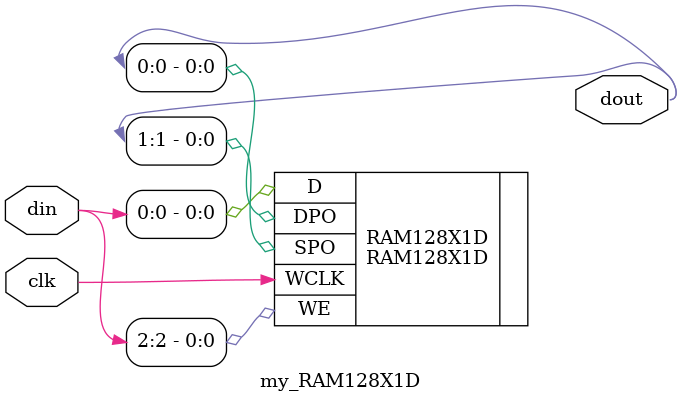
<source format=v>
/*
RAM64M 64-Deep by 4-bit Wide Multi Port Random Access Memory (Select RAM)
RAM64X1D 64-Deep by 1-Wide Dual Port Static Synchronous RAM
RAM64X1S 64-Deep by 1-Wide Static Synchronous RAM
RAM64X1S_1 64-Deep by 1-Wide Static Synchronous RAM with Negative-Edge Clock
*/

module top(input clk, stb, di, output do);
	localparam integer DIN_N = 256;
	localparam integer DOUT_N = 256;

	reg [DIN_N-1:0] din;
	wire [DOUT_N-1:0] dout;

	reg [DIN_N-1:0] din_shr;
	reg [DOUT_N-1:0] dout_shr;

	always @(posedge clk) begin
		din_shr <= {din_shr, di};
		dout_shr <= {dout_shr, din_shr[DIN_N-1]};
		if (stb) begin
			din <= din_shr;
			dout_shr <= dout;
		end
	end

	assign do = dout_shr[DOUT_N-1];

	roi roi (
		.clk(clk),
		.din(din),
		.dout(dout)
	);
endmodule

module roi(input clk, input [255:0] din, output [255:0] dout);
    /*
    my_RAM64M #(.LOC("SLICE_X6Y100"))
            my_RAM64M(.clk(clk), .din(din[  0 +: 8]), .dout(dout[  0 +: 8]));
    my_RAM64X1S #(.LOC("SLICE_X6Y101"))
            my_RAM64X1S(.clk(clk), .din(din[  8 +: 8]), .dout(dout[  8 +: 8]));
    my_RAM64X1S_1 #(.LOC("SLICE_X6Y102"))
            my_RAM64X1S_1(.clk(clk), .din(din[  16 +: 8]), .dout(dout[  16 +: 8]));
    my_RAM64X2S #(.LOC("SLICE_X6Y103"))
            my_RAM64X2S(.clk(clk), .din(din[  24 +: 8]), .dout(dout[  24 +: 8]));
    my_RAM64X1D #(.LOC("SLICE_X6Y104"))
            my_RAM64X1D(.clk(clk), .din(din[  32 +: 8]), .dout(dout[  32 +: 8]));
    my_RAM128X1D #(.LOC("SLICE_X6Y105"))
            my_RAM128X1D(.clk(clk), .din(din[  40 +: 8]), .dout(dout[  40 +: 8]));
    */

    /*
    my_BDI1MUX_AI #(.LOC("SLICE_X6Y100"), .BEL("A6LUT"))
            my_BDI1MUX_AI(.clk(clk), .din(din[  0 +: 8]), .dout(dout[  0 +: 8]));
    my_BDI1MUX_BDI1 #(.LOC("SLICE_X6Y101"), .BELO("B6LUT"), .BELI("A6LUT"))
            my_BDI1MUX_BDI1(.clk(clk), .din(din[  8 +: 8]), .dout(dout[  8 +: 8]));
    my_BDI1MUX_BMC31 #(.LOC("SLICE_X6Y102"), .BELO("B6LUT"), .BELI("A6LUT"))
            my_BDI1MUX_BMC31(.clk(clk), .din(din[  16 +: 8]), .dout(dout[  16 +: 8]));
    */

    /*
    //BEL isn't taking effect
    my_BDI1MUX_AI #(.LOC("SLICE_X6Y100"), .BEL("A6LUT"))
            c0(.clk(clk), .din(din[  0 +: 8]), .dout(dout[  0 +: 8]));
    my_BDI1MUX_AI #(.LOC("SLICE_X6Y101"), .BEL("B6LUT"))   
            c1(.clk(clk), .din(din[  8 +: 8]), .dout(dout[  8 +: 8]));
    my_BDI1MUX_AI #(.LOC("SLICE_X6Y102"), .BEL("C6LUT"))
            c2(.clk(clk), .din(din[  16 +: 8]), .dout(dout[  16 +: 8]));
    my_BDI1MUX_AI #(.LOC("SLICE_X6Y103"), .BEL("D6LUT"))
            c3(.clk(clk), .din(din[  24 +: 8]), .dout(dout[  24 +: 8]));
    */
    


    /*
    //BEL works
    //No unknown bits
    my_SRL16E #(.LOC("SLICE_X6Y100"), .BEL("A6LUT"))
            c0(.clk(clk), .din(din[  0 +: 8]), .dout(dout[  0 +: 8]));
    my_SRL16E #(.LOC("SLICE_X6Y101"), .BEL("B6LUT"))
            c1(.clk(clk), .din(din[  8 +: 8]), .dout(dout[  8 +: 8]));
    my_SRL16E #(.LOC("SLICE_X6Y102"), .BEL("C6LUT"))
            c2(.clk(clk), .din(din[  16 +: 8]), .dout(dout[  16 +: 8]));
    my_SRL16E #(.LOC("SLICE_X6Y103"), .BEL("D6LUT"))
            c3(.clk(clk), .din(din[  24 +: 8]), .dout(dout[  24 +: 8]));
    */

    //BEL works
    my_SRLC32E #(.LOC("SLICE_X6Y100"), .BEL("A6LUT"))
            c0(.clk(clk), .din(din[  0 +: 8]), .dout(dout[  0 +: 8]));
    my_SRLC32E #(.LOC("SLICE_X6Y101"), .BEL("B6LUT"))
            c1(.clk(clk), .din(din[  8 +: 8]), .dout(dout[  8 +: 8]));
    my_SRLC32E #(.LOC("SLICE_X6Y102"), .BEL("C6LUT"))
            c2(.clk(clk), .din(din[  16 +: 8]), .dout(dout[  16 +: 8]));
    my_SRLC32E #(.LOC("SLICE_X6Y103"), .BEL("D6LUT"))
            c3(.clk(clk), .din(din[  24 +: 8]), .dout(dout[  24 +: 8]));
endmodule

module my_SRLC32E (input clk, input [7:0] din, output [7:0] dout);
    parameter LOC = "";
    parameter BEL="A6LUT";

    wire mc31c;

    (* LOC=LOC, BEL=BEL *)
    SRLC32E #(
            .INIT(32'h00000000),
            .IS_CLK_INVERTED(1'b0)
        ) lut (
            .Q(dout[0]),
            .Q31(mc31c),
            .A(din[4:0]),
            .CE(din[5]),
            .CLK(din[6]),
            .D(din[7]));
endmodule

module my_SRL16E (input clk, input [7:0] din, output [7:0] dout);
    parameter LOC = "";
    parameter BEL="A6LUT";

    (* LOC=LOC, BEL=BEL *)
    SRL16E #(
        ) SRL16E (
            .Q(dout[0]),
            .A0(din[0]),
            .A1(din[1]),
            .A2(din[2]),
            .A3(din[3]),
            .CE(din[4]),
            .CLK(din[5]),
            .D(din[6]));
endmodule



module my_BDI1MUX_AI (input clk, input [7:0] din, output [7:0] dout);
    parameter LOC = "";
    parameter BEL="A6LUT";

    (* LOC=LOC, BEL=BEL *)
    RAM64X1S #(
        ) RAM64X1S (
            .O(dout[0]),
            .A0(din[0]),
            .A1(din[1]),
            .A2(din[2]),
            .A3(din[3]),
            .A4(din[4]),
            .A5(din[5]),
            .D(din[6]),
            .WCLK(clk),
            .WE(din[0]));
endmodule

//bad
//Ended in D6LUT and A6LUT
/*
module my_BDI1MUX_BDI1 (input clk, input [7:0] din, output [7:0] dout);
    parameter LOC = "";
    parameter BELO="B6LUT";
    parameter BELI="A6LUT";

    wire da = din[6];

    (* LOC=LOC, BEL=BELO *)
    RAM64X1S #(
        ) lutb (
            .O(dout[0]),
            .A0(din[0]),
            .A1(din[1]),
            .A2(din[2]),
            .A3(din[3]),
            .A4(din[4]),
            .A5(din[5]),
            .D(da),
            .WCLK(clk),
            .WE(din[0]));
    (* LOC=LOC, BEL=BELI *)
    RAM64X1S #(
        ) luta (
            .O(dout[1]),
            .A0(din[0]),
            .A1(din[1]),
            .A2(din[2]),
            .A3(din[3]),
            .A4(din[4]),
            .A5(din[5]),
            .D(da),
            .WCLK(clk),
            .WE(din[0]));
endmodule
*/
//Lets try CMC31 chaining instead
module my_BDI1MUX_BDI1 (input clk, input [7:0] din, output [7:0] dout);
    parameter LOC = "";
    parameter BELO="C6LUT";
    parameter BELI="A6LUT";

    wire da = din[6];

    (* LOC=LOC, BEL=BELO *)
    SRLC32E #(
            .INIT(32'h00000000),
            .IS_CLK_INVERTED(1'b0)
        ) lutb (
            .Q(dout[0]),
            .Q31(mc31c),
            .A(din[4:0]),
            .CE(din[5]),
            .CLK(din[6]),
            .D(din[7]));
    (* LOC=LOC, BEL=BELI *)
    SRLC32E #(
            .INIT(32'h00000000),
            .IS_CLK_INVERTED(1'b0)
        ) luta (
            .Q(dout[1]),
            .Q31(dout[2]),
            .A(din[4:0]),
            .CE(din[5]),
            .CLK(din[6]),
            .D(da));
endmodule

//ok
module my_BDI1MUX_BMC31 (input clk, input [7:0] din, output [7:0] dout);
    parameter LOC = "";
    parameter BELO="B6LUT";
    parameter BELI="A6LUT";

    wire mc31b;

    (* LOC=LOC, BEL=BELO *)
    SRLC32E #(
            .INIT(32'h00000000),
            .IS_CLK_INVERTED(1'b0)
        ) lutb (
            .Q(dout[0]),
            .Q31(mc31b),
            .A(din[4:0]),
            .CE(din[5]),
            .CLK(din[6]),
            .D(din[7]));
    (* LOC=LOC, BEL=BELI *)
    SRLC32E #(
            .INIT(32'h00000000),
            .IS_CLK_INVERTED(1'b0)
        ) luta (
            .Q(dout[1]),
            .Q31(dout[2]),
            .A(din[4:0]),
            .CE(din[5]),
            .CLK(din[6]),
            .D(mc31b));

endmodule



module my_RAM64M (input clk, input [7:0] din, output [7:0] dout);
    parameter LOC = "";
    parameter BEL="A6LUT";

    (* LOC=LOC, BEL=BEL *)
    RAM64M #(
        ) RAM64M (
            .DOA(dout[0]),
            .DOB(dout[1]),
            .DOC(dout[2]),
            .DOD(dout[3]),
            .ADDRA(din[0]),
            .ADDRB(din[1]),
            .ADDRC(din[2]),
            .ADDRD(din[3]),
            .DIA(din[4]),
            .DIB(din[5]),
            .DIC(din[6]),
            .DID(din[7]),
            .WCLK(clk),
            .WE(din[1]));
endmodule



module my_RAM64X1S (input clk, input [7:0] din, output [7:0] dout);
    parameter LOC = "";
    parameter BEL="A6LUT";

    (* LOC=LOC, BEL=BEL *)
    RAM64X1S #(
        ) RAM64X1S (
            .O(dout[0]),
            .A0(din[0]),
            .A1(din[1]),
            .A2(din[2]),
            .A3(din[3]),
            .A4(din[4]),
            .A5(din[5]),
            .D(din[6]),
            .WCLK(clk),
            .WE(din[0]));
endmodule



module my_RAM64X1S_1 (input clk, input [7:0] din, output [7:0] dout);
    parameter LOC = "";

    (* LOC=LOC *)
    RAM64X1S_1 #(
        ) RAM64X1S_1 (
            .O(dout[0]),
            .A0(din[0]),
            .A1(din[1]),
            .A2(din[2]),
            .A3(din[3]),
            .A4(din[4]),
            .A5(din[5]),
            .D(din[6]),
            .WCLK(clk),
            .WE(din[0]));
endmodule

module my_RAM64X2S (input clk, input [7:0] din, output [7:0] dout);
    parameter LOC = "";

    (* LOC=LOC *)
    RAM64X2S #(
        ) RAM64X2S (
            .O0(dout[0]),
            .O1(dout[1]),
            .A0(din[0]),
            .A1(din[1]),
            .A2(din[2]),
            .A3(din[3]),
            .A4(din[4]),
            .A5(din[5]),
            .D0(din[6]),
            .D1(din[7]),
            .WCLK(clk),
            .WE(din[1]));
endmodule

module my_RAM64X1D (input clk, input [7:0] din, output [7:0] dout);
    parameter LOC = "";

    (* LOC=LOC *)
    RAM64X1D #(
            .INIT(64'h0),
            .IS_WCLK_INVERTED(1'b0)
        ) RAM64X1D (
            .DPO(dout[0]),
            .D(din[0]),
            .WCLK(clk),
            .WE(din[2]),
            .A0(din[3]),
            .A1(din[4]),
            .A2(din[5]),
            .A3(din[6]),
            .A4(din[7]),
            .A5(din[0]),
            .DPRA0(din[1]),
            .DPRA1(din[2]),
            .DPRA2(din[3]),
            .DPRA3(din[4]),
            .DPRA4(din[5]),
            .DPRA5(din[6]));
endmodule

module my_RAM128X1D (input clk, input [7:0] din, output [7:0] dout);
    parameter LOC = "";

    (* LOC=LOC *)
    RAM128X1D #(
            .INIT(128'h0),
            .IS_WCLK_INVERTED(1'b0)
        ) RAM128X1D (
            .DPO(dout[0]),
            .SPO(dout[1]),
            .D(din[0]),
            .WCLK(clk),
            .WE(din[2]));
endmodule


</source>
